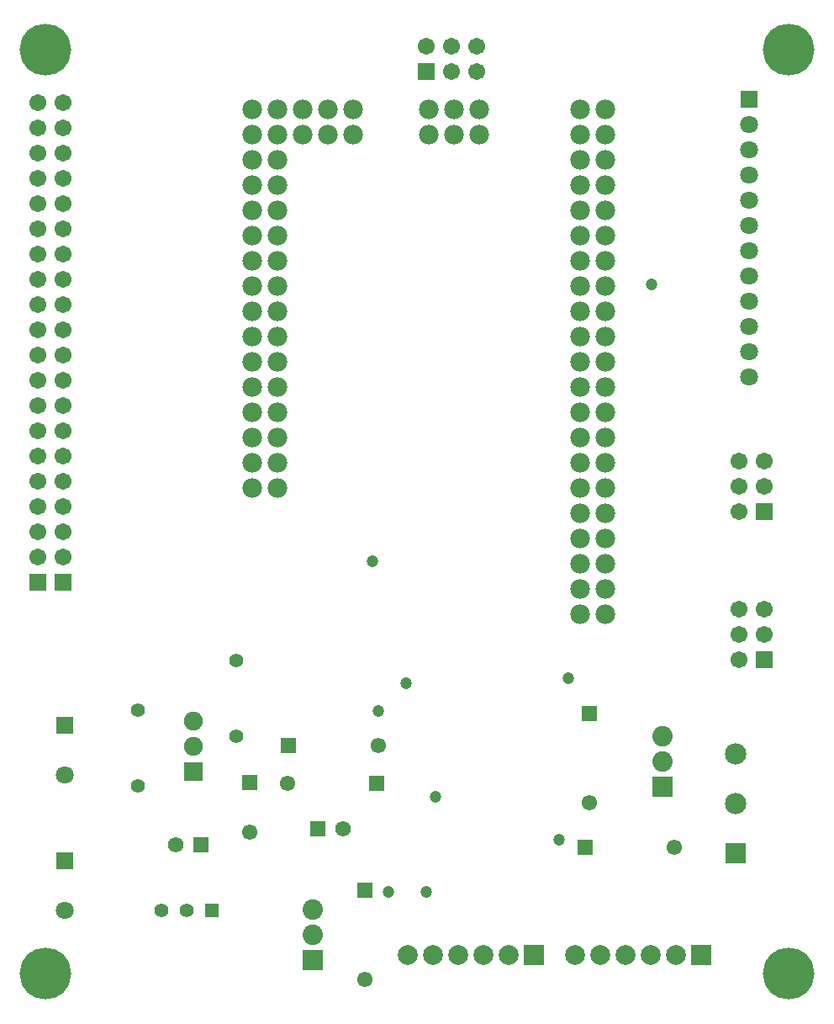
<source format=gts>
G04*
G04 #@! TF.GenerationSoftware,Altium Limited,Altium Designer,21.9.2 (33)*
G04*
G04 Layer_Color=8388736*
%FSLAX25Y25*%
%MOIN*%
G70*
G04*
G04 #@! TF.SameCoordinates,93054606-FE03-420F-9484-365B998A07D4*
G04*
G04*
G04 #@! TF.FilePolarity,Negative*
G04*
G01*
G75*
%ADD15R,0.06706X0.06706*%
%ADD16C,0.06706*%
%ADD17C,0.05524*%
%ADD18C,0.07099*%
%ADD19R,0.07099X0.07099*%
%ADD20C,0.07887*%
%ADD21R,0.07887X0.07887*%
%ADD22C,0.06115*%
%ADD23R,0.06115X0.06115*%
%ADD24R,0.06115X0.06115*%
%ADD25C,0.20485*%
%ADD26R,0.06706X0.06706*%
%ADD27C,0.07800*%
%ADD28R,0.06181X0.06181*%
%ADD29C,0.06181*%
%ADD30R,0.05524X0.05524*%
%ADD31R,0.07493X0.07493*%
%ADD32C,0.07493*%
%ADD33R,0.08071X0.08071*%
%ADD34C,0.08071*%
%ADD35C,0.08477*%
%ADD36R,0.08477X0.08477*%
%ADD37C,0.04737*%
D15*
X308500Y137000D02*
D03*
Y195500D02*
D03*
X30500Y167500D02*
D03*
X20500D02*
D03*
D16*
X298500Y137000D02*
D03*
X308500Y147000D02*
D03*
X298500D02*
D03*
X308500Y157000D02*
D03*
X298500D02*
D03*
Y195500D02*
D03*
X308500Y205500D02*
D03*
X298500D02*
D03*
X308500Y215500D02*
D03*
X298500D02*
D03*
X30500Y177500D02*
D03*
Y187500D02*
D03*
Y197500D02*
D03*
Y207500D02*
D03*
Y217500D02*
D03*
Y227500D02*
D03*
Y237500D02*
D03*
Y247500D02*
D03*
Y257500D02*
D03*
Y267500D02*
D03*
Y277500D02*
D03*
Y287500D02*
D03*
Y297500D02*
D03*
Y307500D02*
D03*
Y317500D02*
D03*
Y327500D02*
D03*
Y337500D02*
D03*
Y347500D02*
D03*
Y357500D02*
D03*
X20500D02*
D03*
Y347500D02*
D03*
Y337500D02*
D03*
Y327500D02*
D03*
Y317500D02*
D03*
Y307500D02*
D03*
Y297500D02*
D03*
Y287500D02*
D03*
Y277500D02*
D03*
Y267500D02*
D03*
Y257500D02*
D03*
Y247500D02*
D03*
Y237500D02*
D03*
Y227500D02*
D03*
Y217500D02*
D03*
Y207500D02*
D03*
Y197500D02*
D03*
Y187500D02*
D03*
Y177500D02*
D03*
X174500Y380000D02*
D03*
X184500Y370000D02*
D03*
Y380000D02*
D03*
X194500Y370000D02*
D03*
Y380000D02*
D03*
D17*
X99000Y106500D02*
D03*
Y136500D02*
D03*
X60000Y117000D02*
D03*
Y87000D02*
D03*
X69500Y37500D02*
D03*
X79500D02*
D03*
D18*
X31000Y91158D02*
D03*
Y37657D02*
D03*
X302500Y249000D02*
D03*
Y259000D02*
D03*
Y269000D02*
D03*
Y289000D02*
D03*
Y299000D02*
D03*
Y319000D02*
D03*
Y339000D02*
D03*
Y349000D02*
D03*
Y329000D02*
D03*
Y309000D02*
D03*
Y279000D02*
D03*
D19*
X31000Y110843D02*
D03*
Y57342D02*
D03*
X302500Y359000D02*
D03*
D20*
X233500Y20000D02*
D03*
X243500D02*
D03*
X253500D02*
D03*
X273500D02*
D03*
X263500D02*
D03*
X167000D02*
D03*
X177000D02*
D03*
X187000D02*
D03*
X207000D02*
D03*
X197000D02*
D03*
D21*
X283500D02*
D03*
X217000D02*
D03*
D22*
X155217Y103000D02*
D03*
X119283Y88000D02*
D03*
X104500Y68657D02*
D03*
X272716Y62500D02*
D03*
X239000Y80283D02*
D03*
X150000Y10283D02*
D03*
D23*
X119783Y103000D02*
D03*
X154717Y88000D02*
D03*
X237283Y62500D02*
D03*
D24*
X104500Y88342D02*
D03*
X239000Y115717D02*
D03*
X150000Y45717D02*
D03*
D25*
X318000Y12500D02*
D03*
X23500D02*
D03*
Y378500D02*
D03*
X318000D02*
D03*
D26*
X174500Y370000D02*
D03*
D27*
X235498Y154951D02*
D03*
Y164951D02*
D03*
Y184951D02*
D03*
Y174951D02*
D03*
Y194951D02*
D03*
X245498Y154951D02*
D03*
Y164951D02*
D03*
Y184951D02*
D03*
Y174951D02*
D03*
Y194951D02*
D03*
X235498Y204951D02*
D03*
Y214951D02*
D03*
Y234951D02*
D03*
Y224951D02*
D03*
Y274951D02*
D03*
Y264951D02*
D03*
Y244951D02*
D03*
Y254951D02*
D03*
Y284951D02*
D03*
Y294951D02*
D03*
Y314951D02*
D03*
Y304951D02*
D03*
Y354951D02*
D03*
Y344951D02*
D03*
Y324951D02*
D03*
Y334951D02*
D03*
X245498Y204951D02*
D03*
Y214951D02*
D03*
Y234951D02*
D03*
Y224951D02*
D03*
Y274951D02*
D03*
Y264951D02*
D03*
Y244951D02*
D03*
Y254951D02*
D03*
Y284951D02*
D03*
Y294951D02*
D03*
Y314951D02*
D03*
Y304951D02*
D03*
Y354951D02*
D03*
Y344951D02*
D03*
Y324951D02*
D03*
Y334951D02*
D03*
X195498Y354951D02*
D03*
X185498D02*
D03*
X175498D02*
D03*
X195498Y344951D02*
D03*
X185498D02*
D03*
X175498D02*
D03*
X105498Y204951D02*
D03*
Y214951D02*
D03*
Y234951D02*
D03*
Y224951D02*
D03*
Y274951D02*
D03*
Y264951D02*
D03*
Y244951D02*
D03*
Y254951D02*
D03*
Y284951D02*
D03*
Y294951D02*
D03*
Y314951D02*
D03*
Y304951D02*
D03*
Y354951D02*
D03*
Y344951D02*
D03*
Y324951D02*
D03*
Y334951D02*
D03*
X115498Y204951D02*
D03*
Y214951D02*
D03*
Y234951D02*
D03*
Y224951D02*
D03*
Y274951D02*
D03*
Y264951D02*
D03*
Y244951D02*
D03*
Y254951D02*
D03*
Y284951D02*
D03*
Y294951D02*
D03*
Y314951D02*
D03*
Y304951D02*
D03*
Y354951D02*
D03*
Y344951D02*
D03*
Y324951D02*
D03*
Y334951D02*
D03*
X145498Y354951D02*
D03*
X135498D02*
D03*
X125498D02*
D03*
X145498Y344951D02*
D03*
X135498D02*
D03*
X125498D02*
D03*
D28*
X131500Y70000D02*
D03*
X85000Y63500D02*
D03*
D29*
X141500Y70000D02*
D03*
X75000Y63500D02*
D03*
D30*
X89500Y37500D02*
D03*
D31*
X82000Y92500D02*
D03*
D32*
Y102500D02*
D03*
Y112500D02*
D03*
D33*
X268197Y86500D02*
D03*
X129500Y18000D02*
D03*
D34*
X268197Y96500D02*
D03*
Y106500D02*
D03*
X129500Y38000D02*
D03*
Y28000D02*
D03*
D35*
X297000Y80000D02*
D03*
Y99685D02*
D03*
D36*
Y60315D02*
D03*
D37*
X153000Y176000D02*
D03*
X230633Y129633D02*
D03*
X226909Y65612D02*
D03*
X159500Y45000D02*
D03*
X174500D02*
D03*
X166399Y127716D02*
D03*
X155500Y116500D02*
D03*
X263873Y285511D02*
D03*
X178000Y82500D02*
D03*
M02*

</source>
